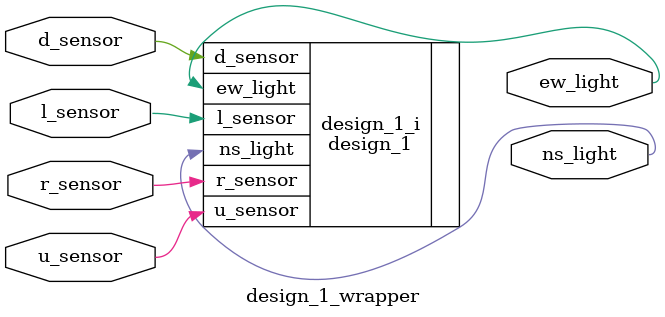
<source format=v>
`timescale 1 ps / 1 ps

module design_1_wrapper
   (d_sensor,
    ew_light,
    l_sensor,
    ns_light,
    r_sensor,
    u_sensor);
  input d_sensor;
  output ew_light;
  input l_sensor;
  output ns_light;
  input r_sensor;
  input u_sensor;

  wire d_sensor;
  wire ew_light;
  wire l_sensor;
  wire ns_light;
  wire r_sensor;
  wire u_sensor;

  design_1 design_1_i
       (.d_sensor(d_sensor),
        .ew_light(ew_light),
        .l_sensor(l_sensor),
        .ns_light(ns_light),
        .r_sensor(r_sensor),
        .u_sensor(u_sensor));
endmodule

</source>
